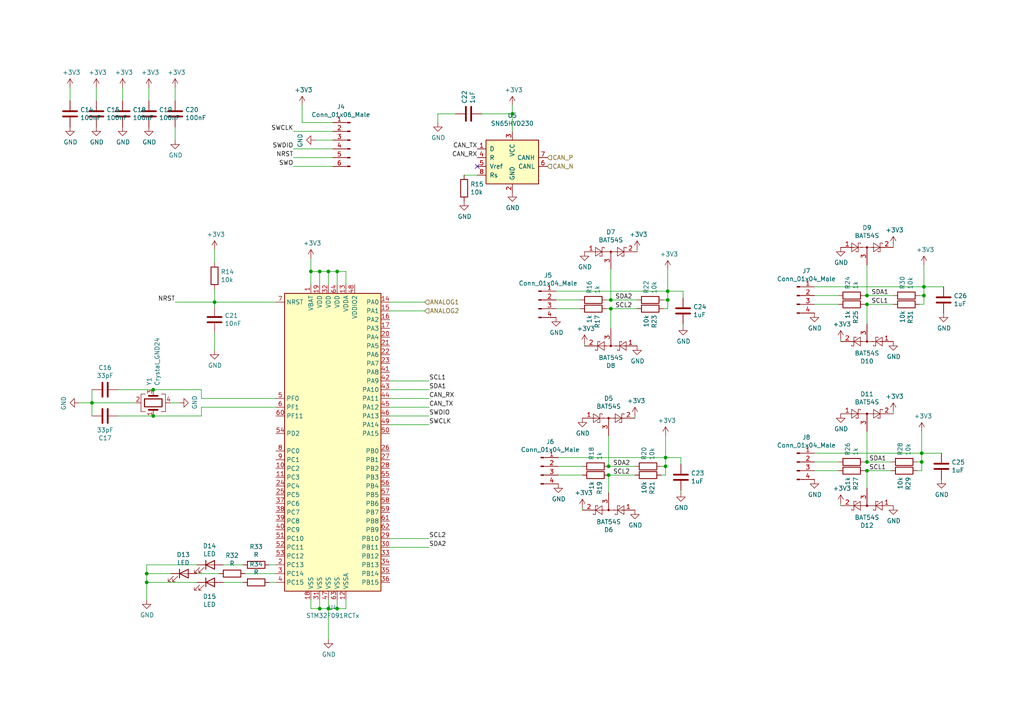
<source format=kicad_sch>
(kicad_sch (version 20230121) (generator eeschema)
  (paper "A4")
  (title_block (title "Vehicle Measurement Unit") (date "2020-02-26") (rev "1.0") (comment 1 "DeV17") (comment 2 "Vishnu N.") (comment 3 "vishnuna@kth.se"))
  (lib_symbols
    (symbol "Device:C" (pin_numbers hide) (pin_names (offset 0.254))
      (property "Reference" "C" (at 0.635 2.54 0))
      (property "Value" "C" (at 0.635 -2.54 0))
      (symbol "C_0_1"
        (polyline (pts (xy -2.032 -0.762) (xy 2.032 -0.762)) (stroke (width 0.508)))
        (polyline (pts (xy -2.032 0.762) (xy 2.032 0.762)) (stroke (width 0.508)))
      )
      (symbol "C_1_1"
        (pin passive line (at 0 3.81 270) (length 2.794) (name "~") (number "1"))
        (pin passive line (at 0 -3.81 90) (length 2.794) (name "~") (number "2"))
      )
    )
    (symbol "Device:Crystal_GND24" (pin_names (offset 1.016) hide)
      (property "Reference" "Y" (at 3.175 5.08 0))
      (property "Value" "Crystal_GND24" (at 3.175 3.175 0))
      (symbol "Crystal_GND24_0_1"
        (rectangle (start -1.143 2.54) (end 1.143 -2.54) (stroke (width 0.3048)))
        (polyline (pts (xy -2.54 0) (xy -2.032 0)))
        (polyline (pts (xy -2.032 -1.27) (xy -2.032 1.27)) (stroke (width 0.508)))
        (polyline (pts (xy 0 -3.81) (xy 0 -3.556)))
        (polyline (pts (xy 0 3.556) (xy 0 3.81)))
        (polyline (pts (xy 2.032 -1.27) (xy 2.032 1.27)) (stroke (width 0.508)))
        (polyline (pts (xy 2.032 0) (xy 2.54 0)))
        (polyline (pts (xy -2.54 -2.286) (xy -2.54 -3.556) (xy 2.54 -3.556) (xy 2.54 -2.286)))
        (polyline (pts (xy -2.54 2.286) (xy -2.54 3.556) (xy 2.54 3.556) (xy 2.54 2.286)))
      )
      (symbol "Crystal_GND24_1_1"
        (pin passive line (at -3.81 0 0) (length 1.27) (name "1") (number "1"))
        (pin passive line (at 0 5.08 270) (length 1.27) (name "2") (number "2"))
        (pin passive line (at 3.81 0 180) (length 1.27) (name "3") (number "3"))
        (pin passive line (at 0 -5.08 90) (length 1.27) (name "4") (number "4"))
      )
    )
    (symbol "Device:LED" (pin_numbers hide) (pin_names (offset 1.016) hide)
      (property "Reference" "D" (at 0 2.54 0))
      (property "Value" "LED" (at 0 -2.54 0))
      (symbol "LED_0_1"
        (polyline (pts (xy -1.27 -1.27) (xy -1.27 1.27)) (stroke (width 0.254)))
        (polyline (pts (xy -1.27 0) (xy 1.27 0)))
        (polyline (pts (xy 1.27 -1.27) (xy 1.27 1.27) (xy -1.27 0) (xy 1.27 -1.27)) (stroke (width 0.254)))
        (polyline (pts (xy -3.048 -0.762) (xy -4.572 -2.286) (xy -3.81 -2.286) (xy -4.572 -2.286) (xy -4.572 -1.524)))
        (polyline (pts (xy -1.778 -0.762) (xy -3.302 -2.286) (xy -2.54 -2.286) (xy -3.302 -2.286) (xy -3.302 -1.524)))
      )
      (symbol "LED_1_1"
        (pin passive line (at -3.81 0 0) (length 2.54) (name "K") (number "1"))
        (pin passive line (at 3.81 0 180) (length 2.54) (name "A") (number "2"))
      )
    )
    (symbol "Device:R" (pin_numbers hide) (pin_names (offset 0))
      (property "Reference" "R" (at 2.032 0 90))
      (property "Value" "R" (at 0 0 90))
      (symbol "R_0_1"
        (rectangle (start -1.016 -2.54) (end 1.016 2.54) (stroke (width 0.254)))
      )
      (symbol "R_1_1"
        (pin passive line (at 0 3.81 270) (length 1.27) (name "~") (number "1"))
        (pin passive line (at 0 -3.81 90) (length 1.27) (name "~") (number "2"))
      )
    )
    (symbol "Interface_CAN_LIN:SN65HVD230" (pin_names (offset 1.016))
      (property "Reference" "U" (at -2.54 10.16 0))
      (property "Value" "SN65HVD230" (at -2.54 7.62 0))
      (symbol "SN65HVD230_0_1"
        (rectangle (start -7.62 5.08) (end 7.62 -7.62) (stroke (width 0.254)) (fill (type background)))
      )
      (symbol "SN65HVD230_1_1"
        (pin input line (at -10.16 2.54 0) (length 2.54) (name "D") (number "1"))
        (pin power_in line (at 0 -10.16 90) (length 2.54) (name "GND") (number "2"))
        (pin power_in line (at 0 7.62 270) (length 2.54) (name "VCC") (number "3"))
        (pin output line (at -10.16 0 0) (length 2.54) (name "R") (number "4"))
        (pin output line (at -10.16 -2.54 0) (length 2.54) (name "Vref") (number "5"))
        (pin bidirectional line (at 10.16 -2.54 180) (length 2.54) (name "CANL") (number "6"))
        (pin bidirectional line (at 10.16 0 180) (length 2.54) (name "CANH") (number "7"))
        (pin input line (at -10.16 -5.08 0) (length 2.54) (name "Rs") (number "8"))
      )
    )
    (symbol "VMU-rescue:+3.3V-power" (power) (pin_names (offset 0))
      (property "Value" "+3.3V-power" (at 0 3.556 0))
      (symbol "+3.3V-power_0_1"
        (polyline (pts (xy -0.762 1.27) (xy 0 2.54)))
        (polyline (pts (xy 0 0) (xy 0 2.54)))
        (polyline (pts (xy 0 2.54) (xy 0.762 1.27)))
      )
      (symbol "+3.3V-power_1_1"
        (pin power_in line (at 0 0 90) (length 0) hide (name "+3V3") (number "1"))
      )
    )
    (symbol "VMU-rescue:BAT54S-Diode" (pin_names (offset 1.016))
      (property "Reference" "D" (at 0.635 -3.81 0))
      (property "Value" "Diode_BAT54S" (at -6.35 3.175 0))
      (symbol "BAT54S-Diode_0_1"
        (polyline (pts (xy -3.81 0) (xy -1.27 0)))
        (polyline (pts (xy -3.175 -1.27) (xy -3.175 -1.016)))
        (polyline (pts (xy -2.54 -1.27) (xy -3.175 -1.27)))
        (polyline (pts (xy -2.54 -1.27) (xy -2.54 1.27)))
        (polyline (pts (xy -2.54 1.27) (xy -1.905 1.27)))
        (polyline (pts (xy -1.905 0) (xy 1.905 0)))
        (polyline (pts (xy -1.905 1.27) (xy -1.905 1.016)))
        (polyline (pts (xy 1.27 0) (xy 3.81 0)))
        (polyline (pts (xy 3.175 -1.27) (xy 3.175 -1.016)))
        (polyline (pts (xy 3.81 -1.27) (xy 3.175 -1.27)))
        (polyline (pts (xy 3.81 -1.27) (xy 3.81 1.27)))
        (polyline (pts (xy 3.81 1.27) (xy 4.445 1.27)))
        (polyline (pts (xy 4.445 1.27) (xy 4.445 1.016)))
        (polyline (pts (xy -4.445 1.27) (xy -4.445 -1.27) (xy -2.54 0) (xy -4.445 1.27)))
        (polyline (pts (xy 1.905 1.27) (xy 1.905 -1.27) (xy 3.81 0) (xy 1.905 1.27)))
        (circle (center 0 0) (radius 0.254) (fill (type outline)))
      )
      (symbol "BAT54S-Diode_1_1"
        (pin passive line (at -7.62 0 0) (length 3.81) (name "~") (number "1"))
        (pin passive line (at 7.62 0 180) (length 3.81) (name "~") (number "2"))
        (pin passive line (at 0 -5.08 90) (length 5.08) (name "~") (number "3"))
      )
    )
    (symbol "VMU-rescue:Conn_01x04_Male-Connector" (pin_names (offset 1.016) hide)
      (property "Reference" "J" (at 0 5.08 0))
      (property "Value" "Connector_Conn_01x04_Male" (at 0 -7.62 0))
      (symbol "Conn_01x04_Male-Connector_1_1"
        (polyline (pts (xy 1.27 -5.08) (xy 0.8636 -5.08)) (stroke (width 0.1524)))
        (polyline (pts (xy 1.27 -2.54) (xy 0.8636 -2.54)) (stroke (width 0.1524)))
        (polyline (pts (xy 1.27 0) (xy 0.8636 0)) (stroke (width 0.1524)))
        (polyline (pts (xy 1.27 2.54) (xy 0.8636 2.54)) (stroke (width 0.1524)))
        (rectangle (start 0.8636 -4.953) (end 0 -5.207) (stroke (width 0.1524)) (fill (type outline)))
        (rectangle (start 0.8636 -2.413) (end 0 -2.667) (stroke (width 0.1524)) (fill (type outline)))
        (rectangle (start 0.8636 0.127) (end 0 -0.127) (stroke (width 0.1524)) (fill (type outline)))
        (rectangle (start 0.8636 2.667) (end 0 2.413) (stroke (width 0.1524)) (fill (type outline)))
        (pin passive line (at 5.08 2.54 180) (length 3.81) (name "Pin_1") (number "1"))
        (pin passive line (at 5.08 0 180) (length 3.81) (name "Pin_2") (number "2"))
        (pin passive line (at 5.08 -2.54 180) (length 3.81) (name "Pin_3") (number "3"))
        (pin passive line (at 5.08 -5.08 180) (length 3.81) (name "Pin_4") (number "4"))
      )
    )
    (symbol "VMU-rescue:Conn_01x06_Male-Connector" (pin_names (offset 1.016) hide)
      (property "Reference" "J" (at 0 7.62 0))
      (property "Value" "Connector_Conn_01x06_Male" (at 0 -10.16 0))
      (symbol "Conn_01x06_Male-Connector_1_1"
        (polyline (pts (xy 1.27 -7.62) (xy 0.8636 -7.62)) (stroke (width 0.1524)))
        (polyline (pts (xy 1.27 -5.08) (xy 0.8636 -5.08)) (stroke (width 0.1524)))
        (polyline (pts (xy 1.27 -2.54) (xy 0.8636 -2.54)) (stroke (width 0.1524)))
        (polyline (pts (xy 1.27 0) (xy 0.8636 0)) (stroke (width 0.1524)))
        (polyline (pts (xy 1.27 2.54) (xy 0.8636 2.54)) (stroke (width 0.1524)))
        (polyline (pts (xy 1.27 5.08) (xy 0.8636 5.08)) (stroke (width 0.1524)))
        (rectangle (start 0.8636 -7.493) (end 0 -7.747) (stroke (width 0.1524)) (fill (type outline)))
        (rectangle (start 0.8636 -4.953) (end 0 -5.207) (stroke (width 0.1524)) (fill (type outline)))
        (rectangle (start 0.8636 -2.413) (end 0 -2.667) (stroke (width 0.1524)) (fill (type outline)))
        (rectangle (start 0.8636 0.127) (end 0 -0.127) (stroke (width 0.1524)) (fill (type outline)))
        (rectangle (start 0.8636 2.667) (end 0 2.413) (stroke (width 0.1524)) (fill (type outline)))
        (rectangle (start 0.8636 5.207) (end 0 4.953) (stroke (width 0.1524)) (fill (type outline)))
        (pin passive line (at 5.08 5.08 180) (length 3.81) (name "Pin_1") (number "1"))
        (pin passive line (at 5.08 2.54 180) (length 3.81) (name "Pin_2") (number "2"))
        (pin passive line (at 5.08 0 180) (length 3.81) (name "Pin_3") (number "3"))
        (pin passive line (at 5.08 -2.54 180) (length 3.81) (name "Pin_4") (number "4"))
        (pin passive line (at 5.08 -5.08 180) (length 3.81) (name "Pin_5") (number "5"))
        (pin passive line (at 5.08 -7.62 180) (length 3.81) (name "Pin_6") (number "6"))
      )
    )
    (symbol "VMU-rescue:STM32F091RCTx-MCU_ST_STM32F0"
      (property "Reference" "U" (at -15.24 44.45 0))
      (property "Value" "MCU_ST_STM32F0_STM32F091RCTx" (at 7.62 44.45 0))
      (symbol "STM32F091RCTx-MCU_ST_STM32F0_0_1"
        (rectangle (start -15.24 -43.18) (end 12.7 43.18) (stroke (width 0.254)) (fill (type background)))
      )
      (symbol "STM32F091RCTx-MCU_ST_STM32F0_1_1"
        (pin power_in line (at -7.62 45.72 270) (length 2.54) (name "VBAT") (number "1"))
        (pin bidirectional line (at -17.78 -7.62 0) (length 2.54) (name "PC2") (number "10"))
        (pin bidirectional line (at -17.78 -10.16 0) (length 2.54) (name "PC3") (number "11"))
        (pin power_in line (at 2.54 -45.72 90) (length 2.54) (name "VSSA") (number "12"))
        (pin power_in line (at 2.54 45.72 270) (length 2.54) (name "VDDA") (number "13"))
        (pin bidirectional line (at 15.24 40.64 180) (length 2.54) (name "PA0") (number "14"))
        (pin bidirectional line (at 15.24 38.1 180) (length 2.54) (name "PA1") (number "15"))
        (pin bidirectional line (at 15.24 35.56 180) (length 2.54) (name "PA2") (number "16"))
        (pin bidirectional line (at 15.24 33.02 180) (length 2.54) (name "PA3") (number "17"))
        (pin power_in line (at -7.62 -45.72 90) (length 2.54) (name "VSS") (number "18"))
        (pin power_in line (at -5.08 45.72 270) (length 2.54) (name "VDD") (number "19"))
        (pin bidirectional line (at -17.78 -35.56 0) (length 2.54) (name "PC13") (number "2"))
        (pin bidirectional line (at 15.24 30.48 180) (length 2.54) (name "PA4") (number "20"))
        (pin bidirectional line (at 15.24 27.94 180) (length 2.54) (name "PA5") (number "21"))
        (pin bidirectional line (at 15.24 25.4 180) (length 2.54) (name "PA6") (number "22"))
        (pin bidirectional line (at 15.24 22.86 180) (length 2.54) (name "PA7") (number "23"))
        (pin bidirectional line (at -17.78 -12.7 0) (length 2.54) (name "PC4") (number "24"))
        (pin bidirectional line (at -17.78 -15.24 0) (length 2.54) (name "PC5") (number "25"))
        (pin bidirectional line (at 15.24 -2.54 180) (length 2.54) (name "PB0") (number "26"))
        (pin bidirectional line (at 15.24 -5.08 180) (length 2.54) (name "PB1") (number "27"))
        (pin bidirectional line (at 15.24 -7.62 180) (length 2.54) (name "PB2") (number "28"))
        (pin bidirectional line (at 15.24 -27.94 180) (length 2.54) (name "PB10") (number "29"))
        (pin bidirectional line (at -17.78 -38.1 0) (length 2.54) (name "PC14") (number "3"))
        (pin bidirectional line (at 15.24 -30.48 180) (length 2.54) (name "PB11") (number "30"))
        (pin power_in line (at -5.08 -45.72 90) (length 2.54) (name "VSS") (number "31"))
        (pin power_in line (at -2.54 45.72 270) (length 2.54) (name "VDD") (number "32"))
        (pin bidirectional line (at 15.24 -33.02 180) (length 2.54) (name "PB12") (number "33"))
        (pin bidirectional line (at 15.24 -35.56 180) (length 2.54) (name "PB13") (number "34"))
        (pin bidirectional line (at 15.24 -38.1 180) (length 2.54) (name "PB14") (number "35"))
        (pin bidirectional line (at 15.24 -40.64 180) (length 2.54) (name "PB15") (number "36"))
        (pin bidirectional line (at -17.78 -17.78 0) (length 2.54) (name "PC6") (number "37"))
        (pin bidirectional line (at -17.78 -20.32 0) (length 2.54) (name "PC7") (number "38"))
        (pin bidirectional line (at -17.78 -22.86 0) (length 2.54) (name "PC8") (number "39"))
        (pin bidirectional line (at -17.78 -40.64 0) (length 2.54) (name "PC15") (number "4"))
        (pin bidirectional line (at -17.78 -25.4 0) (length 2.54) (name "PC9") (number "40"))
        (pin bidirectional line (at 15.24 20.32 180) (length 2.54) (name "PA8") (number "41"))
        (pin bidirectional line (at 15.24 17.78 180) (length 2.54) (name "PA9") (number "42"))
        (pin bidirectional line (at 15.24 15.24 180) (length 2.54) (name "PA10") (number "43"))
        (pin bidirectional line (at 15.24 12.7 180) (length 2.54) (name "PA11") (number "44"))
        (pin bidirectional line (at 15.24 10.16 180) (length 2.54) (name "PA12") (number "45"))
        (pin bidirectional line (at 15.24 7.62 180) (length 2.54) (name "PA13") (number "46"))
        (pin power_in line (at -2.54 -45.72 90) (length 2.54) (name "VSS") (number "47"))
        (pin power_in line (at 5.08 45.72 270) (length 2.54) (name "VDDIO2") (number "48"))
        (pin bidirectional line (at 15.24 5.08 180) (length 2.54) (name "PA14") (number "49"))
        (pin input line (at -17.78 12.7 0) (length 2.54) (name "PF0") (number "5"))
        (pin bidirectional line (at 15.24 2.54 180) (length 2.54) (name "PA15") (number "50"))
        (pin bidirectional line (at -17.78 -27.94 0) (length 2.54) (name "PC10") (number "51"))
        (pin bidirectional line (at -17.78 -30.48 0) (length 2.54) (name "PC11") (number "52"))
        (pin bidirectional line (at -17.78 -33.02 0) (length 2.54) (name "PC12") (number "53"))
        (pin bidirectional line (at -17.78 2.54 0) (length 2.54) (name "PD2") (number "54"))
        (pin bidirectional line (at 15.24 -10.16 180) (length 2.54) (name "PB3") (number "55"))
        (pin bidirectional line (at 15.24 -12.7 180) (length 2.54) (name "PB4") (number "56"))
        (pin bidirectional line (at 15.24 -15.24 180) (length 2.54) (name "PB5") (number "57"))
        (pin bidirectional line (at 15.24 -17.78 180) (length 2.54) (name "PB6") (number "58"))
        (pin bidirectional line (at 15.24 -20.32 180) (length 2.54) (name "PB7") (number "59"))
        (pin input line (at -17.78 10.16 0) (length 2.54) (name "PF1") (number "6"))
        (pin bidirectional line (at -17.78 7.62 0) (length 2.54) (name "PF11") (number "60"))
        (pin bidirectional line (at 15.24 -22.86 180) (length 2.54) (name "PB8") (number "61"))
        (pin bidirectional line (at 15.24 -25.4 180) (length 2.54) (name "PB9") (number "62"))
        (pin power_in line (at 0 -45.72 90) (length 2.54) (name "VSS") (number "63"))
        (pin power_in line (at 0 45.72 270) (length 2.54) (name "VDD") (number "64"))
        (pin input line (at -17.78 40.64 0) (length 2.54) (name "NRST") (number "7"))
        (pin bidirectional line (at -17.78 -2.54 0) (length 2.54) (name "PC0") (number "8"))
        (pin bidirectional line (at -17.78 -5.08 0) (length 2.54) (name "PC1") (number "9"))
      )
    )
    (symbol "power:GND" (power) (pin_names (offset 0))
      (property "Value" "GND" (at 0 -3.81 0))
      (symbol "GND_0_1"
        (polyline (pts (xy 0 0) (xy 0 -1.27) (xy 1.27 -1.27) (xy 0 -2.54) (xy -1.27 -1.27) (xy 0 -1.27)))
      )
      (symbol "GND_1_1"
        (pin power_in line (at 0 0 270) (length 0) hide (name "GND") (number "1"))
      )
    )
  )
  (junction (at 95.25 176.53))
  (junction (at 177.165 86.995))
  (junction (at 251.46 133.985))
  (junction (at 42.545 168.91))
  (junction (at 97.79 176.53))
  (junction (at 251.46 85.725))
  (junction (at 267.97 85.725))
  (junction (at 42.545 166.37))
  (junction (at 177.165 89.535))
  (junction (at 44.45 113.03))
  (junction (at 92.71 78.74))
  (junction (at 267.97 83.185))
  (junction (at 44.45 120.65))
  (junction (at 97.79 78.74))
  (junction (at 193.675 86.995))
  (junction (at 193.675 84.455))
  (junction (at 62.23 87.63))
  (junction (at 251.46 88.265))
  (junction (at 267.335 131.445))
  (junction (at 92.71 176.53))
  (junction (at 90.17 78.74))
  (junction (at 95.25 78.74))
  (junction (at 251.46 136.525))
  (junction (at 176.53 135.255))
  (junction (at 176.53 137.795))
  (junction (at 267.335 133.985))
  (junction (at 193.04 132.715))
  (junction (at 26.67 116.84))
  (junction (at 148.59 33.02))
  (junction (at 193.04 135.255))
  (no_connect (at 138.43 48.26))
  (wire (pts (xy 97.79 176.53) (xy 100.33 176.53)))
  (wire (pts (xy 42.545 163.83) (xy 57.15 163.83)))
  (wire (pts (xy 161.925 132.715) (xy 193.04 132.715)))
  (wire (pts (xy 113.03 90.17) (xy 123.19 90.17)))
  (wire (pts (xy 266.065 133.985) (xy 267.335 133.985)))
  (wire (pts (xy 250.825 85.725) (xy 251.46 85.725)))
  (wire (pts (xy 64.77 163.83) (xy 70.485 163.83)))
  (wire (pts (xy 62.23 76.2) (xy 62.23 72.39)))
  (wire (pts (xy 197.485 142.875) (xy 197.485 142.24)))
  (wire (pts (xy 251.46 125.095) (xy 251.46 133.985)))
  (wire (pts (xy 113.03 113.03) (xy 124.46 113.03)))
  (wire (pts (xy 26.67 116.84) (xy 26.67 120.65)))
  (wire (pts (xy 80.01 168.91) (xy 78.105 168.91)))
  (wire (pts (xy 50.8 29.21) (xy 50.8 25.4)))
  (wire (pts (xy 236.22 85.725) (xy 243.205 85.725)))
  (wire (pts (xy 267.97 83.185) (xy 267.97 76.835)))
  (wire (pts (xy 42.545 173.99) (xy 42.545 168.91)))
  (wire (pts (xy 63.5 166.37) (xy 57.15 166.37)))
  (wire (pts (xy 90.17 173.99) (xy 90.17 176.53)))
  (wire (pts (xy 42.545 168.91) (xy 42.545 166.37)))
  (wire (pts (xy 177.165 89.535) (xy 175.895 89.535)))
  (wire (pts (xy 176.53 142.875) (xy 176.53 137.795)))
  (wire (pts (xy 58.42 120.65) (xy 44.45 120.65)))
  (wire (pts (xy 139.7 33.02) (xy 148.59 33.02)))
  (wire (pts (xy 198.12 94.615) (xy 198.12 93.98)))
  (wire (pts (xy 184.785 89.535) (xy 177.165 89.535)))
  (wire (pts (xy 100.33 176.53) (xy 100.33 173.99)))
  (wire (pts (xy 259.08 71.755) (xy 259.08 71.12)))
  (wire (pts (xy 96.52 35.56) (xy 87.63 35.56)))
  (wire (pts (xy 193.675 84.455) (xy 193.675 78.105)))
  (wire (pts (xy 251.46 88.265) (xy 259.08 88.265)))
  (wire (pts (xy 113.03 118.11) (xy 124.46 118.11)))
  (wire (pts (xy 192.405 89.535) (xy 193.675 89.535)))
  (wire (pts (xy 177.165 89.535) (xy 177.165 95.25)))
  (wire (pts (xy 127 33.02) (xy 132.08 33.02)))
  (wire (pts (xy 161.29 89.535) (xy 168.275 89.535)))
  (wire (pts (xy 91.44 40.64) (xy 96.52 40.64)))
  (wire (pts (xy 250.825 88.265) (xy 251.46 88.265)))
  (wire (pts (xy 95.25 176.53) (xy 97.79 176.53)))
  (wire (pts (xy 193.04 135.255) (xy 193.04 132.715)))
  (wire (pts (xy 92.71 176.53) (xy 95.25 176.53)))
  (wire (pts (xy 251.46 93.98) (xy 251.46 88.265)))
  (wire (pts (xy 193.04 137.795) (xy 193.04 135.255)))
  (wire (pts (xy 58.42 115.57) (xy 80.01 115.57)))
  (wire (pts (xy 50.8 40.64) (xy 50.8 36.83)))
  (wire (pts (xy 71.12 166.37) (xy 80.01 166.37)))
  (wire (pts (xy 35.56 29.21) (xy 35.56 25.4)))
  (wire (pts (xy 184.15 121.285) (xy 184.15 120.65)))
  (wire (pts (xy 62.23 87.63) (xy 62.23 88.9)))
  (wire (pts (xy 26.67 113.03) (xy 26.67 116.84)))
  (wire (pts (xy 176.53 137.795) (xy 184.15 137.795)))
  (wire (pts (xy 95.25 173.99) (xy 95.25 176.53)))
  (wire (pts (xy 193.04 132.715) (xy 197.485 132.715)))
  (wire (pts (xy 95.25 78.74) (xy 95.25 82.55)))
  (wire (pts (xy 243.84 146.05) (xy 243.84 146.685)))
  (wire (pts (xy 236.22 133.985) (xy 243.205 133.985)))
  (wire (pts (xy 44.45 113.03) (xy 58.42 113.03)))
  (wire (pts (xy 113.03 110.49) (xy 124.46 110.49)))
  (wire (pts (xy 266.065 136.525) (xy 267.335 136.525)))
  (wire (pts (xy 49.53 116.84) (xy 52.07 116.84)))
  (wire (pts (xy 236.22 136.525) (xy 243.205 136.525)))
  (wire (pts (xy 193.675 84.455) (xy 198.12 84.455)))
  (wire (pts (xy 267.97 85.725) (xy 267.97 83.185)))
  (wire (pts (xy 176.53 135.255) (xy 184.15 135.255)))
  (wire (pts (xy 251.46 85.725) (xy 259.08 85.725)))
  (wire (pts (xy 26.67 116.84) (xy 39.37 116.84)))
  (wire (pts (xy 267.335 131.445) (xy 273.05 131.445)))
  (wire (pts (xy 92.71 173.99) (xy 92.71 176.53)))
  (wire (pts (xy 267.335 136.525) (xy 267.335 133.985)))
  (wire (pts (xy 266.7 88.265) (xy 267.97 88.265)))
  (wire (pts (xy 236.22 131.445) (xy 267.335 131.445)))
  (wire (pts (xy 259.08 120.015) (xy 259.08 119.38)))
  (wire (pts (xy 80.01 87.63) (xy 62.23 87.63)))
  (wire (pts (xy 100.33 78.74) (xy 100.33 82.55)))
  (wire (pts (xy 87.63 35.56) (xy 87.63 30.48)))
  (wire (pts (xy 113.03 120.65) (xy 124.46 120.65)))
  (wire (pts (xy 251.46 76.835) (xy 251.46 85.725)))
  (wire (pts (xy 250.825 133.985) (xy 251.46 133.985)))
  (wire (pts (xy 251.46 133.985) (xy 258.445 133.985)))
  (wire (pts (xy 113.03 123.19) (xy 124.46 123.19)))
  (wire (pts (xy 243.84 98.425) (xy 243.84 99.06)))
  (wire (pts (xy 97.79 78.74) (xy 100.33 78.74)))
  (wire (pts (xy 251.46 141.605) (xy 251.46 136.525)))
  (wire (pts (xy 197.485 132.715) (xy 197.485 134.62)))
  (wire (pts (xy 85.09 38.1) (xy 96.52 38.1)))
  (wire (pts (xy 193.04 132.715) (xy 193.04 126.365)))
  (wire (pts (xy 34.29 120.65) (xy 44.45 120.65)))
  (wire (pts (xy 64.77 168.91) (xy 70.485 168.91)))
  (wire (pts (xy 161.925 137.795) (xy 168.91 137.795)))
  (wire (pts (xy 113.03 156.21) (xy 124.46 156.21)))
  (wire (pts (xy 191.77 135.255) (xy 193.04 135.255)))
  (wire (pts (xy 90.17 78.74) (xy 90.17 74.93)))
  (wire (pts (xy 236.22 83.185) (xy 267.97 83.185)))
  (wire (pts (xy 90.17 78.74) (xy 92.71 78.74)))
  (wire (pts (xy 267.97 88.265) (xy 267.97 85.725)))
  (wire (pts (xy 42.545 166.37) (xy 49.53 166.37)))
  (wire (pts (xy 42.545 163.83) (xy 42.545 166.37)))
  (wire (pts (xy 148.59 33.02) (xy 148.59 38.1)))
  (wire (pts (xy 236.22 88.265) (xy 243.205 88.265)))
  (wire (pts (xy 168.91 147.32) (xy 168.91 147.955)))
  (wire (pts (xy 192.405 86.995) (xy 193.675 86.995)))
  (wire (pts (xy 267.335 131.445) (xy 267.335 125.095)))
  (wire (pts (xy 266.7 85.725) (xy 267.97 85.725)))
  (wire (pts (xy 97.79 173.99) (xy 97.79 176.53)))
  (wire (pts (xy 267.97 83.185) (xy 273.685 83.185)))
  (wire (pts (xy 250.825 136.525) (xy 251.46 136.525)))
  (wire (pts (xy 85.09 45.72) (xy 96.52 45.72)))
  (wire (pts (xy 95.25 176.53) (xy 95.25 185.42)))
  (wire (pts (xy 62.23 83.82) (xy 62.23 87.63)))
  (wire (pts (xy 175.895 86.995) (xy 177.165 86.995)))
  (wire (pts (xy 191.77 137.795) (xy 193.04 137.795)))
  (wire (pts (xy 78.105 163.83) (xy 80.01 163.83)))
  (wire (pts (xy 113.03 115.57) (xy 124.46 115.57)))
  (wire (pts (xy 34.29 113.03) (xy 44.45 113.03)))
  (wire (pts (xy 127 35.56) (xy 127 33.02)))
  (wire (pts (xy 193.675 86.995) (xy 193.675 84.455)))
  (wire (pts (xy 177.165 78.105) (xy 177.165 86.995)))
  (wire (pts (xy 251.46 136.525) (xy 258.445 136.525)))
  (wire (pts (xy 161.925 135.255) (xy 168.91 135.255)))
  (wire (pts (xy 58.42 118.11) (xy 58.42 120.65)))
  (wire (pts (xy 198.12 84.455) (xy 198.12 86.36)))
  (wire (pts (xy 90.17 176.53) (xy 92.71 176.53)))
  (wire (pts (xy 62.23 96.52) (xy 62.23 101.6)))
  (wire (pts (xy 113.03 158.75) (xy 124.46 158.75)))
  (wire (pts (xy 113.03 87.63) (xy 123.19 87.63)))
  (wire (pts (xy 176.53 126.365) (xy 176.53 135.255)))
  (wire (pts (xy 27.94 29.21) (xy 27.94 25.4)))
  (wire (pts (xy 161.29 86.995) (xy 168.275 86.995)))
  (wire (pts (xy 138.43 50.8) (xy 134.62 50.8)))
  (wire (pts (xy 85.09 43.18) (xy 96.52 43.18)))
  (wire (pts (xy 22.86 116.84) (xy 26.67 116.84)))
  (wire (pts (xy 43.18 29.21) (xy 43.18 25.4)))
  (wire (pts (xy 42.545 168.91) (xy 57.15 168.91)))
  (wire (pts (xy 148.59 30.48) (xy 148.59 33.02)))
  (wire (pts (xy 80.01 118.11) (xy 58.42 118.11)))
  (wire (pts (xy 90.17 82.55) (xy 90.17 78.74)))
  (wire (pts (xy 95.25 78.74) (xy 97.79 78.74)))
  (wire (pts (xy 20.32 29.21) (xy 20.32 25.4)))
  (wire (pts (xy 92.71 78.74) (xy 92.71 82.55)))
  (wire (pts (xy 184.785 73.025) (xy 184.785 72.39)))
  (wire (pts (xy 97.79 78.74) (xy 97.79 82.55)))
  (wire (pts (xy 50.8 87.63) (xy 62.23 87.63)))
  (wire (pts (xy 169.545 99.695) (xy 169.545 100.33)))
  (wire (pts (xy 177.165 86.995) (xy 184.785 86.995)))
  (wire (pts (xy 193.675 89.535) (xy 193.675 86.995)))
  (wire (pts (xy 161.29 84.455) (xy 193.675 84.455)))
  (wire (pts (xy 58.42 113.03) (xy 58.42 115.57)))
  (wire (pts (xy 267.335 133.985) (xy 267.335 131.445)))
  (wire (pts (xy 85.09 48.26) (xy 96.52 48.26)))
  (wire (pts (xy 92.71 78.74) (xy 95.25 78.74)))
  (label "CAN_TX" (at 124.46 118.11 0))
  (label "SWO" (at 85.09 48.26 180))
  (label "SCL1" (at 252.73 88.265 0))
  (label "SDA2" (at 178.435 86.995 0))
  (label "NRST" (at 50.8 87.63 180))
  (label "SWCLK" (at 124.46 123.19 0))
  (label "SCL2" (at 124.46 156.21 0))
  (label "CAN_TX" (at 138.43 43.18 180))
  (label "SCL2" (at 177.8 137.795 0))
  (label "CAN_RX" (at 124.46 115.57 0))
  (label "SDA2" (at 177.8 135.255 0))
  (label "SWCLK" (at 85.09 38.1 180))
  (label "SDA1" (at 252.095 133.985 0))
  (label "SDA1" (at 124.46 113.03 0))
  (label "CAN_RX" (at 138.43 45.72 180))
  (label "SDA1" (at 252.73 85.725 0))
  (label "SWDIO" (at 85.09 43.18 180))
  (label "SCL2" (at 178.435 89.535 0))
  (label "NRST" (at 85.09 45.72 180))
  (label "SWDIO" (at 124.46 120.65 0))
  (label "SDA2" (at 124.46 158.75 0))
  (label "SCL1" (at 252.095 136.525 0))
  (label "SCL1" (at 124.46 110.49 0))
  (hierarchical_label "CAN_P" (shape input) (at 158.75 45.72 0))
  (hierarchical_label "ANALOG1" (shape input) (at 123.19 87.63 0))
  (hierarchical_label "CAN_N" (shape input) (at 158.75 48.26 0))
  (hierarchical_label "ANALOG2" (shape input) (at 123.19 90.17 0))
  (symbol (lib_id "VMU-rescue:STM32F091RCTx-MCU_ST_STM32F0") (at 97.79 128.27 0) (unit 1)
    (property "Reference" "U4" (at 96.52 176.2506 0))
    (property "Value" "STM32F091RCTx" (at 96.52 178.562 0))
    (property "Footprint" "Package_QFP:LQFP-64_10x10mm_P0.5mm" (effects hide))
    (property "Datasheet" "http://www.st.com/st-web-ui/static/active/en/resource/technical/document/datasheet/DM00115237.pdf" (effects hide))
  )
  (symbol (lib_id "Device:R") (at 62.23 80.01 0) (unit 1)
    (property "Reference" "R14" (at 64.008 78.8416 0) (effects (justify left)))
    (property "Value" "10k" (at 64.008 81.153 0) (effects (justify left)))
    (property "Footprint" "Resistor_SMD:R_0603_1608Metric" (effects hide))
  )
  (symbol (lib_id "power:GND") (at 62.23 101.6 0) (unit 1)
    (property "Reference" "#PWR049" (effects hide))
    (property "Value" "GND" (at 62.357 105.9942 0))
  )
  (symbol (lib_id "Device:C") (at 62.23 92.71 0) (unit 1)
    (property "Reference" "C21" (at 65.151 91.5416 0) (effects (justify left)))
    (property "Value" "10nF" (at 65.151 93.853 0) (effects (justify left)))
    (property "Footprint" "Capacitor_SMD:C_0603_1608Metric" (effects hide))
  )
  (symbol (lib_id "VMU-rescue:+3.3V-power") (at 62.23 72.39 0) (unit 1)
    (property "Reference" "#PWR048" (effects hide))
    (property "Value" "+3.3V" (at 62.611 67.9958 0))
  )
  (symbol (lib_id "VMU-rescue:+3.3V-power") (at 90.17 74.93 0) (unit 1)
    (property "Reference" "#PWR051" (effects hide))
    (property "Value" "+3.3V" (at 90.551 70.5358 0))
  )
  (symbol (lib_id "Device:C") (at 20.32 33.02 0) (unit 1)
    (property "Reference" "C14" (at 23.241 31.8516 0) (effects (justify left)))
    (property "Value" "100nF" (at 23.241 34.163 0) (effects (justify left)))
    (property "Footprint" "Capacitor_SMD:C_0603_1608Metric" (effects hide))
  )
  (symbol (lib_id "VMU-rescue:+3.3V-power") (at 20.32 25.4 0) (unit 1)
    (property "Reference" "#PWR036" (effects hide))
    (property "Value" "+3.3V" (at 20.701 21.0058 0))
  )
  (symbol (lib_id "Device:C") (at 27.94 33.02 0) (unit 1)
    (property "Reference" "C15" (at 30.861 31.8516 0) (effects (justify left)))
    (property "Value" "100nF" (at 30.861 34.163 0) (effects (justify left)))
    (property "Footprint" "Capacitor_SMD:C_0603_1608Metric" (effects hide))
  )
  (symbol (lib_id "VMU-rescue:+3.3V-power") (at 27.94 25.4 0) (unit 1)
    (property "Reference" "#PWR039" (effects hide))
    (property "Value" "+3.3V" (at 28.321 21.0058 0))
  )
  (symbol (lib_id "Device:C") (at 35.56 33.02 0) (unit 1)
    (property "Reference" "C18" (at 38.481 31.8516 0) (effects (justify left)))
    (property "Value" "100nF" (at 38.481 34.163 0) (effects (justify left)))
    (property "Footprint" "Capacitor_SMD:C_0603_1608Metric" (effects hide))
  )
  (symbol (lib_id "VMU-rescue:+3.3V-power") (at 35.56 25.4 0) (unit 1)
    (property "Reference" "#PWR041" (effects hide))
    (property "Value" "+3.3V" (at 35.941 21.0058 0))
  )
  (symbol (lib_id "Device:C") (at 43.18 33.02 0) (unit 1)
    (property "Reference" "C19" (at 46.101 31.8516 0) (effects (justify left)))
    (property "Value" "100nF" (at 46.101 34.163 0) (effects (justify left)))
    (property "Footprint" "Capacitor_SMD:C_0603_1608Metric" (effects hide))
  )
  (symbol (lib_id "VMU-rescue:+3.3V-power") (at 43.18 25.4 0) (unit 1)
    (property "Reference" "#PWR043" (effects hide))
    (property "Value" "+3.3V" (at 43.561 21.0058 0))
  )
  (symbol (lib_id "Device:C") (at 50.8 33.02 0) (unit 1)
    (property "Reference" "C20" (at 53.721 31.8516 0) (effects (justify left)))
    (property "Value" "100nF" (at 53.721 34.163 0) (effects (justify left)))
    (property "Footprint" "Capacitor_SMD:C_0603_1608Metric" (effects hide))
  )
  (symbol (lib_id "VMU-rescue:+3.3V-power") (at 50.8 25.4 0) (unit 1)
    (property "Reference" "#PWR045" (effects hide))
    (property "Value" "+3.3V" (at 51.181 21.0058 0))
  )
  (symbol (lib_id "Device:Crystal_GND24") (at 44.45 116.84 90) (unit 1)
    (property "Reference" "Y1" (at 43.2816 111.9124 0) (effects (justify left)))
    (property "Value" "Crystal_GND24" (at 45.593 111.9124 0) (effects (justify left)))
    (property "Footprint" "Crystal:Crystal_SMD_3225-4Pin_3.2x2.5mm_HandSoldering" (effects hide))
  )
  (symbol (lib_id "power:GND") (at 52.07 116.84 90) (unit 1)
    (property "Reference" "#PWR047" (effects hide))
    (property "Value" "GND" (at 56.4642 116.713 0))
  )
  (symbol (lib_id "Device:C") (at 30.48 113.03 270) (unit 1)
    (property "Reference" "C16" (at 30.48 106.6292 90))
    (property "Value" "33pF" (at 30.48 108.9406 90))
    (property "Footprint" "Capacitor_SMD:C_0603_1608Metric" (effects hide))
  )
  (symbol (lib_id "Device:C") (at 30.48 120.65 90) (unit 1)
    (property "Reference" "C17" (at 30.48 127.0508 90))
    (property "Value" "33pF" (at 30.48 124.7394 90))
    (property "Footprint" "Capacitor_SMD:C_0603_1608Metric" (effects hide))
  )
  (symbol (lib_id "power:GND") (at 22.86 116.84 270) (unit 1)
    (property "Reference" "#PWR038" (effects hide))
    (property "Value" "GND" (at 18.4658 116.967 0))
  )
  (symbol (lib_id "power:GND") (at 95.25 185.42 0) (unit 1)
    (property "Reference" "#PWR053" (effects hide))
    (property "Value" "GND" (at 95.377 189.8142 0))
  )
  (symbol (lib_id "VMU-rescue:Conn_01x06_Male-Connector") (at 101.6 40.64 0) (mirror y) (unit 1)
    (property "Reference" "J4" (at 98.8568 30.9626 0))
    (property "Value" "Conn_01x06_Male" (at 98.8568 33.274 0))
    (property "Footprint" "Connector_PinHeader_2.54mm:PinHeader_1x06_P2.54mm_Vertical" (effects hide))
  )
  (symbol (lib_id "VMU-rescue:+3.3V-power") (at 87.63 30.48 0) (unit 1)
    (property "Reference" "#PWR050" (effects hide))
    (property "Value" "+3.3V" (at 88.011 26.0858 0))
  )
  (symbol (lib_id "power:GND") (at 91.44 40.64 270) (unit 1)
    (property "Reference" "#PWR052" (effects hide))
    (property "Value" "GND" (at 87.0458 40.767 0))
  )
  (symbol (lib_id "Interface_CAN_LIN:SN65HVD230") (at 148.59 45.72 0) (unit 1)
    (property "Reference" "U5" (at 148.59 33.5026 0))
    (property "Value" "SN65HVD230" (at 148.59 35.814 0))
    (property "Footprint" "Package_SO:SOIC-8_3.9x4.9mm_P1.27mm" (effects hide))
    (property "Datasheet" "http://www.ti.com/lit/ds/symlink/sn65hvd230.pdf" (effects hide))
  )
  (symbol (lib_id "power:GND") (at 148.59 55.88 0) (unit 1)
    (property "Reference" "#PWR057" (effects hide))
    (property "Value" "GND" (at 148.717 60.2742 0))
  )
  (symbol (lib_id "VMU-rescue:+3.3V-power") (at 148.59 30.48 0) (unit 1)
    (property "Reference" "#PWR056" (effects hide))
    (property "Value" "+3.3V" (at 148.971 26.0858 0))
  )
  (symbol (lib_id "Device:R") (at 134.62 54.61 0) (unit 1)
    (property "Reference" "R15" (at 136.398 53.4416 0) (effects (justify left)))
    (property "Value" "10k" (at 136.398 55.753 0) (effects (justify left)))
    (property "Footprint" "Resistor_SMD:R_0603_1608Metric" (effects hide))
  )
  (symbol (lib_id "power:GND") (at 134.62 58.42 0) (unit 1)
    (property "Reference" "#PWR055" (effects hide))
    (property "Value" "GND" (at 134.747 62.8142 0))
  )
  (symbol (lib_id "Device:C") (at 135.89 33.02 90) (unit 1)
    (property "Reference" "C22" (at 134.7216 30.099 0) (effects (justify left)))
    (property "Value" "1uF" (at 137.033 30.099 0) (effects (justify left)))
    (property "Footprint" "Capacitor_SMD:C_0603_1608Metric" (effects hide))
  )
  (symbol (lib_id "power:GND") (at 127 35.56 0) (unit 1)
    (property "Reference" "#PWR054" (effects hide))
    (property "Value" "GND" (at 127.127 39.9542 0))
  )
  (symbol (lib_id "VMU-rescue:+3.3V-power") (at 267.97 76.835 0) (unit 1)
    (property "Reference" "#PWR083" (effects hide))
    (property "Value" "+3.3V" (at 268.351 72.4408 0))
  )
  (symbol (lib_id "Device:R") (at 262.89 85.725 90) (unit 1)
    (property "Reference" "R30" (at 261.7216 83.947 0) (effects (justify left)))
    (property "Value" "10k" (at 264.033 83.947 0) (effects (justify left)))
    (property "Footprint" "Resistor_SMD:R_0603_1608Metric" (effects hide))
  )
  (symbol (lib_id "Device:R") (at 262.89 88.265 270) (unit 1)
    (property "Reference" "R31" (at 264.0584 90.043 0) (effects (justify left)))
    (property "Value" "10k" (at 261.747 90.043 0) (effects (justify left)))
    (property "Footprint" "Resistor_SMD:R_0603_1608Metric" (effects hide))
  )
  (symbol (lib_id "VMU-rescue:Conn_01x04_Male-Connector") (at 156.21 86.995 0) (unit 1)
    (property "Reference" "J5" (at 158.9532 79.8576 0))
    (property "Value" "Conn_01x04_Male" (at 158.9532 82.169 0))
    (property "Footprint" "KTHFS:Wurth-MM_female_4" (effects hide))
  )
  (symbol (lib_id "VMU-rescue:+3.3V-power") (at 193.675 78.105 0) (unit 1)
    (property "Reference" "#PWR069" (effects hide))
    (property "Value" "+3.3V" (at 194.056 73.7108 0))
  )
  (symbol (lib_id "Device:R") (at 188.595 86.995 90) (unit 1)
    (property "Reference" "R22" (at 187.4266 85.217 0) (effects (justify left)))
    (property "Value" "10k" (at 189.738 85.217 0) (effects (justify left)))
    (property "Footprint" "Resistor_SMD:R_0603_1608Metric" (effects hide))
  )
  (symbol (lib_id "Device:R") (at 188.595 89.535 270) (unit 1)
    (property "Reference" "R23" (at 189.7634 91.313 0) (effects (justify left)))
    (property "Value" "10k" (at 187.452 91.313 0) (effects (justify left)))
    (property "Footprint" "Resistor_SMD:R_0603_1608Metric" (effects hide))
  )
  (symbol (lib_id "VMU-rescue:BAT54S-Diode") (at 177.165 100.33 180) (unit 1)
    (property "Reference" "D8" (at 177.165 106.045 0))
    (property "Value" "BAT54S" (at 177.165 103.7336 0))
    (property "Footprint" "Package_TO_SOT_SMD:SOT-23" (effects hide))
    (property "Datasheet" "https://www.diodes.com/assets/Datasheets/ds11005.pdf" (effects hide))
  )
  (symbol (lib_id "VMU-rescue:BAT54S-Diode") (at 177.165 73.025 0) (unit 1)
    (property "Reference" "D7" (at 177.165 67.31 0))
    (property "Value" "BAT54S" (at 177.165 69.6214 0))
    (property "Footprint" "Package_TO_SOT_SMD:SOT-23" (effects hide))
    (property "Datasheet" "https://www.diodes.com/assets/Datasheets/ds11005.pdf" (effects hide))
  )
  (symbol (lib_id "VMU-rescue:+3.3V-power") (at 184.785 72.39 0) (unit 1)
    (property "Reference" "#PWR066" (effects hide))
    (property "Value" "+3.3V" (at 185.166 67.9958 0))
  )
  (symbol (lib_id "power:GND") (at 169.545 73.025 0) (unit 1)
    (property "Reference" "#PWR062" (effects hide))
    (property "Value" "GND" (at 169.672 77.4192 0))
  )
  (symbol (lib_id "power:GND") (at 20.32 36.83 0) (unit 1)
    (property "Reference" "#PWR037" (effects hide))
    (property "Value" "GND" (at 20.447 41.2242 0))
  )
  (symbol (lib_id "power:GND") (at 27.94 36.83 0) (unit 1)
    (property "Reference" "#PWR040" (effects hide))
    (property "Value" "GND" (at 28.067 41.2242 0))
  )
  (symbol (lib_id "Device:R") (at 172.085 86.995 90) (unit 1)
    (property "Reference" "R16" (at 170.9166 85.217 0) (effects (justify left)))
    (property "Value" "1k" (at 173.228 85.217 0) (effects (justify left)))
    (property "Footprint" "Resistor_SMD:R_0603_1608Metric" (effects hide))
  )
  (symbol (lib_id "power:GND") (at 35.56 36.83 0) (unit 1)
    (property "Reference" "#PWR042" (effects hide))
    (property "Value" "GND" (at 35.687 41.2242 0))
  )
  (symbol (lib_id "power:GND") (at 43.18 36.83 0) (unit 1)
    (property "Reference" "#PWR044" (effects hide))
    (property "Value" "GND" (at 43.307 41.2242 0))
  )
  (symbol (lib_id "Device:R") (at 172.085 89.535 270) (unit 1)
    (property "Reference" "R17" (at 173.2534 91.313 0) (effects (justify left)))
    (property "Value" "1k" (at 170.942 91.313 0) (effects (justify left)))
    (property "Footprint" "Resistor_SMD:R_0603_1608Metric" (effects hide))
  )
  (symbol (lib_id "power:GND") (at 50.8 40.64 0) (unit 1)
    (property "Reference" "#PWR046" (effects hide))
    (property "Value" "GND" (at 50.927 45.0342 0))
  )
  (symbol (lib_id "Device:C") (at 198.12 90.17 0) (unit 1)
    (property "Reference" "C24" (at 201.041 89.0016 0) (effects (justify left)))
    (property "Value" "1uF" (at 201.041 91.313 0) (effects (justify left)))
    (property "Footprint" "Capacitor_SMD:C_0603_1608Metric" (effects hide))
  )
  (symbol (lib_id "VMU-rescue:+3.3V-power") (at 169.545 99.695 0) (unit 1)
    (property "Reference" "#PWR063" (effects hide))
    (property "Value" "+3.3V" (at 169.926 95.3008 0))
  )
  (symbol (lib_id "Device:C") (at 273.685 86.995 0) (unit 1)
    (property "Reference" "C26" (at 276.606 85.8266 0) (effects (justify left)))
    (property "Value" "1uF" (at 276.606 88.138 0) (effects (justify left)))
    (property "Footprint" "Capacitor_SMD:C_0603_1608Metric" (effects hide))
  )
  (symbol (lib_id "power:GND") (at 184.785 100.33 0) (unit 1)
    (property "Reference" "#PWR067" (effects hide))
    (property "Value" "GND" (at 184.912 104.7242 0))
  )
  (symbol (lib_id "power:GND") (at 198.12 94.615 0) (unit 1)
    (property "Reference" "#PWR071" (effects hide))
    (property "Value" "GND" (at 198.247 99.0092 0))
  )
  (symbol (lib_id "power:GND") (at 273.685 90.805 0) (unit 1)
    (property "Reference" "#PWR085" (effects hide))
    (property "Value" "GND" (at 273.812 95.1992 0))
  )
  (symbol (lib_id "VMU-rescue:+3.3V-power") (at 267.335 125.095 0) (unit 1)
    (property "Reference" "#PWR082" (effects hide))
    (property "Value" "+3.3V" (at 267.716 120.7008 0))
  )
  (symbol (lib_id "Device:R") (at 262.255 133.985 90) (unit 1)
    (property "Reference" "R28" (at 261.0866 132.207 0) (effects (justify left)))
    (property "Value" "10k" (at 263.398 132.207 0) (effects (justify left)))
    (property "Footprint" "Resistor_SMD:R_0603_1608Metric" (effects hide))
  )
  (symbol (lib_id "Device:R") (at 262.255 136.525 270) (unit 1)
    (property "Reference" "R29" (at 263.4234 138.303 0) (effects (justify left)))
    (property "Value" "10k" (at 261.112 138.303 0) (effects (justify left)))
    (property "Footprint" "Resistor_SMD:R_0603_1608Metric" (effects hide))
  )
  (symbol (lib_id "VMU-rescue:+3.3V-power") (at 193.04 126.365 0) (unit 1)
    (property "Reference" "#PWR068" (effects hide))
    (property "Value" "+3.3V" (at 193.421 121.9708 0))
  )
  (symbol (lib_id "Device:R") (at 187.96 135.255 90) (unit 1)
    (property "Reference" "R20" (at 186.7916 133.477 0) (effects (justify left)))
    (property "Value" "10k" (at 189.103 133.477 0) (effects (justify left)))
    (property "Footprint" "Resistor_SMD:R_0603_1608Metric" (effects hide))
  )
  (symbol (lib_id "Device:R") (at 187.96 137.795 270) (unit 1)
    (property "Reference" "R21" (at 189.1284 139.573 0) (effects (justify left)))
    (property "Value" "10k" (at 186.817 139.573 0) (effects (justify left)))
    (property "Footprint" "Resistor_SMD:R_0603_1608Metric" (effects hide))
  )
  (symbol (lib_id "Device:C") (at 197.485 138.43 0) (unit 1)
    (property "Reference" "C23" (at 200.406 137.2616 0) (effects (justify left)))
    (property "Value" "1uF" (at 200.406 139.573 0) (effects (justify left)))
    (property "Footprint" "Capacitor_SMD:C_0603_1608Metric" (effects hide))
  )
  (symbol (lib_id "Device:C") (at 273.05 135.255 0) (unit 1)
    (property "Reference" "C25" (at 275.971 134.0866 0) (effects (justify left)))
    (property "Value" "1uF" (at 275.971 136.398 0) (effects (justify left)))
    (property "Footprint" "Capacitor_SMD:C_0603_1608Metric" (effects hide))
  )
  (symbol (lib_id "power:GND") (at 197.485 142.875 0) (unit 1)
    (property "Reference" "#PWR070" (effects hide))
    (property "Value" "GND" (at 197.612 147.2692 0))
  )
  (symbol (lib_id "power:GND") (at 273.05 139.065 0) (unit 1)
    (property "Reference" "#PWR084" (effects hide))
    (property "Value" "GND" (at 273.177 143.4592 0))
  )
  (symbol (lib_id "power:GND") (at 161.29 92.075 0) (unit 1)
    (property "Reference" "#PWR058" (effects hide))
    (property "Value" "GND" (at 161.417 96.4692 0))
  )
  (symbol (lib_id "VMU-rescue:Conn_01x04_Male-Connector") (at 231.14 85.725 0) (unit 1)
    (property "Reference" "J7" (at 233.8832 78.5876 0))
    (property "Value" "Conn_01x04_Male" (at 233.8832 80.899 0))
    (property "Footprint" "KTHFS:Wurth-MM_female_4" (effects hide))
  )
  (symbol (lib_id "VMU-rescue:BAT54S-Diode") (at 251.46 71.755 0) (unit 1)
    (property "Reference" "D9" (at 251.46 66.04 0))
    (property "Value" "BAT54S" (at 251.46 68.3514 0))
    (property "Footprint" "Package_TO_SOT_SMD:SOT-23" (effects hide))
    (property "Datasheet" "https://www.diodes.com/assets/Datasheets/ds11005.pdf" (effects hide))
  )
  (symbol (lib_id "VMU-rescue:+3.3V-power") (at 259.08 71.12 0) (unit 1)
    (property "Reference" "#PWR078" (effects hide))
    (property "Value" "+3.3V" (at 259.461 66.7258 0))
  )
  (symbol (lib_id "power:GND") (at 243.84 71.755 0) (unit 1)
    (property "Reference" "#PWR074" (effects hide))
    (property "Value" "GND" (at 243.967 76.1492 0))
  )
  (symbol (lib_id "VMU-rescue:BAT54S-Diode") (at 251.46 99.06 180) (unit 1)
    (property "Reference" "D10" (at 251.46 104.775 0))
    (property "Value" "BAT54S" (at 251.46 102.4636 0))
    (property "Footprint" "Package_TO_SOT_SMD:SOT-23" (effects hide))
    (property "Datasheet" "https://www.diodes.com/assets/Datasheets/ds11005.pdf" (effects hide))
  )
  (symbol (lib_id "Device:R") (at 247.015 85.725 90) (unit 1)
    (property "Reference" "R24" (at 245.8466 83.947 0) (effects (justify left)))
    (property "Value" "1k" (at 248.158 83.947 0) (effects (justify left)))
    (property "Footprint" "Resistor_SMD:R_0603_1608Metric" (effects hide))
  )
  (symbol (lib_id "Device:R") (at 247.015 88.265 270) (unit 1)
    (property "Reference" "R25" (at 248.1834 90.043 0) (effects (justify left)))
    (property "Value" "1k" (at 245.872 90.043 0) (effects (justify left)))
    (property "Footprint" "Resistor_SMD:R_0603_1608Metric" (effects hide))
  )
  (symbol (lib_id "VMU-rescue:+3.3V-power") (at 243.84 98.425 0) (unit 1)
    (property "Reference" "#PWR075" (effects hide))
    (property "Value" "+3.3V" (at 244.221 94.0308 0))
  )
  (symbol (lib_id "power:GND") (at 259.08 99.06 0) (unit 1)
    (property "Reference" "#PWR079" (effects hide))
    (property "Value" "GND" (at 259.207 103.4542 0))
  )
  (symbol (lib_id "power:GND") (at 236.22 90.805 0) (unit 1)
    (property "Reference" "#PWR072" (effects hide))
    (property "Value" "GND" (at 236.347 95.1992 0))
  )
  (symbol (lib_id "VMU-rescue:Conn_01x04_Male-Connector") (at 156.845 135.255 0) (unit 1)
    (property "Reference" "J6" (at 159.5882 128.1176 0))
    (property "Value" "Conn_01x04_Male" (at 159.5882 130.429 0))
    (property "Footprint" "KTHFS:Wurth-MM_female_4" (effects hide))
  )
  (symbol (lib_id "VMU-rescue:BAT54S-Diode") (at 176.53 121.285 0) (unit 1)
    (property "Reference" "D5" (at 176.53 115.57 0))
    (property "Value" "BAT54S" (at 176.53 117.8814 0))
    (property "Footprint" "Package_TO_SOT_SMD:SOT-23" (effects hide))
    (property "Datasheet" "https://www.diodes.com/assets/Datasheets/ds11005.pdf" (effects hide))
  )
  (symbol (lib_id "VMU-rescue:+3.3V-power") (at 184.15 120.65 0) (unit 1)
    (property "Reference" "#PWR064" (effects hide))
    (property "Value" "+3.3V" (at 184.531 116.2558 0))
  )
  (symbol (lib_id "power:GND") (at 168.91 121.285 0) (unit 1)
    (property "Reference" "#PWR060" (effects hide))
    (property "Value" "GND" (at 169.037 125.6792 0))
  )
  (symbol (lib_id "VMU-rescue:BAT54S-Diode") (at 176.53 147.955 180) (unit 1)
    (property "Reference" "D6" (at 176.53 153.67 0))
    (property "Value" "BAT54S" (at 176.53 151.3586 0))
    (property "Footprint" "Package_TO_SOT_SMD:SOT-23" (effects hide))
    (property "Datasheet" "https://www.diodes.com/assets/Datasheets/ds11005.pdf" (effects hide))
  )
  (symbol (lib_id "Device:R") (at 172.72 135.255 90) (unit 1)
    (property "Reference" "R18" (at 171.5516 133.477 0) (effects (justify left)))
    (property "Value" "1k" (at 173.863 133.477 0) (effects (justify left)))
    (property "Footprint" "Resistor_SMD:R_0603_1608Metric" (effects hide))
  )
  (symbol (lib_id "Device:R") (at 172.72 137.795 270) (unit 1)
    (property "Reference" "R19" (at 173.8884 139.573 0) (effects (justify left)))
    (property "Value" "1k" (at 171.577 139.573 0) (effects (justify left)))
    (property "Footprint" "Resistor_SMD:R_0603_1608Metric" (effects hide))
  )
  (symbol (lib_id "VMU-rescue:+3.3V-power") (at 168.91 147.32 0) (unit 1)
    (property "Reference" "#PWR061" (effects hide))
    (property "Value" "+3.3V" (at 169.291 142.9258 0))
  )
  (symbol (lib_id "power:GND") (at 184.15 147.955 0) (unit 1)
    (property "Reference" "#PWR065" (effects hide))
    (property "Value" "GND" (at 184.277 152.3492 0))
  )
  (symbol (lib_id "power:GND") (at 161.925 140.335 0) (unit 1)
    (property "Reference" "#PWR059" (effects hide))
    (property "Value" "GND" (at 162.052 144.7292 0))
  )
  (symbol (lib_id "VMU-rescue:Conn_01x04_Male-Connector") (at 231.14 133.985 0) (unit 1)
    (property "Reference" "J8" (at 233.8832 126.8476 0))
    (property "Value" "Conn_01x04_Male" (at 233.8832 129.159 0))
    (property "Footprint" "KTHFS:Wurth-MM_female_4" (effects hide))
  )
  (symbol (lib_id "VMU-rescue:BAT54S-Diode") (at 251.46 120.015 0) (unit 1)
    (property "Reference" "D11" (at 251.46 114.3 0))
    (property "Value" "BAT54S" (at 251.46 116.6114 0))
    (property "Footprint" "Package_TO_SOT_SMD:SOT-23" (effects hide))
    (property "Datasheet" "https://www.diodes.com/assets/Datasheets/ds11005.pdf" (effects hide))
  )
  (symbol (lib_id "VMU-rescue:+3.3V-power") (at 259.08 119.38 0) (unit 1)
    (property "Reference" "#PWR080" (effects hide))
    (property "Value" "+3.3V" (at 259.461 114.9858 0))
  )
  (symbol (lib_id "power:GND") (at 243.84 120.015 0) (unit 1)
    (property "Reference" "#PWR076" (effects hide))
    (property "Value" "GND" (at 243.967 124.4092 0))
  )
  (symbol (lib_id "VMU-rescue:BAT54S-Diode") (at 251.46 146.685 180) (unit 1)
    (property "Reference" "D12" (at 251.46 152.4 0))
    (property "Value" "BAT54S" (at 251.46 150.0886 0))
    (property "Footprint" "Package_TO_SOT_SMD:SOT-23" (effects hide))
    (property "Datasheet" "https://www.diodes.com/assets/Datasheets/ds11005.pdf" (effects hide))
  )
  (symbol (lib_id "Device:R") (at 247.015 133.985 90) (unit 1)
    (property "Reference" "R26" (at 245.8466 132.207 0) (effects (justify left)))
    (property "Value" "1k" (at 248.158 132.207 0) (effects (justify left)))
    (property "Footprint" "Resistor_SMD:R_0603_1608Metric" (effects hide))
  )
  (symbol (lib_id "Device:R") (at 247.015 136.525 270) (unit 1)
    (property "Reference" "R27" (at 248.1834 138.303 0) (effects (justify left)))
    (property "Value" "1k" (at 245.872 138.303 0) (effects (justify left)))
    (property "Footprint" "Resistor_SMD:R_0603_1608Metric" (effects hide))
  )
  (symbol (lib_id "VMU-rescue:+3.3V-power") (at 243.84 146.05 0) (unit 1)
    (property "Reference" "#PWR077" (effects hide))
    (property "Value" "+3.3V" (at 244.221 141.6558 0))
  )
  (symbol (lib_id "power:GND") (at 259.08 146.685 0) (unit 1)
    (property "Reference" "#PWR081" (effects hide))
    (property "Value" "GND" (at 259.207 151.0792 0))
  )
  (symbol (lib_id "power:GND") (at 236.22 139.065 0) (unit 1)
    (property "Reference" "#PWR073" (effects hide))
    (property "Value" "GND" (at 236.347 143.4592 0))
  )
  (symbol (lib_id "Device:LED") (at 60.96 163.83 0) (unit 1)
    (property "Reference" "D14" (at 60.7822 158.3436 0))
    (property "Value" "LED" (at 60.7822 160.655 0))
    (property "Footprint" "LED_SMD:LED_0603_1608Metric" (effects hide))
  )
  (symbol (lib_id "Device:R") (at 74.295 163.83 270) (unit 1)
    (property "Reference" "R33" (at 74.295 158.5722 90))
    (property "Value" "R" (at 74.295 160.8836 90))
    (property "Footprint" "Resistor_SMD:R_0603_1608Metric" (effects hide))
  )
  (symbol (lib_id "Device:LED") (at 53.34 166.37 0) (unit 1)
    (property "Reference" "D13" (at 53.1622 160.8836 0))
    (property "Value" "LED" (at 53.1622 163.195 0))
    (property "Footprint" "LED_SMD:LED_0603_1608Metric" (effects hide))
  )
  (symbol (lib_id "Device:R") (at 67.31 166.37 270) (unit 1)
    (property "Reference" "R32" (at 67.31 161.1122 90))
    (property "Value" "R" (at 67.31 163.4236 90))
    (property "Footprint" "Resistor_SMD:R_0603_1608Metric" (effects hide))
  )
  (symbol (lib_id "Device:LED") (at 60.96 168.91 0) (unit 1)
    (property "Reference" "D15" (at 60.7822 173.0248 0))
    (property "Value" "LED" (at 60.7822 175.3362 0))
    (property "Footprint" "LED_SMD:LED_0603_1608Metric" (effects hide))
  )
  (symbol (lib_id "Device:R") (at 74.295 168.91 270) (unit 1)
    (property "Reference" "R34" (at 74.295 163.6522 90))
    (property "Value" "R" (at 74.295 165.9636 90))
    (property "Footprint" "Resistor_SMD:R_0603_1608Metric" (effects hide))
  )
  (symbol (lib_id "power:GND") (at 42.545 173.99 0) (unit 1)
    (property "Reference" "#PWR020" (effects hide))
    (property "Value" "GND" (at 42.672 178.3842 0))
  )
)
</source>
